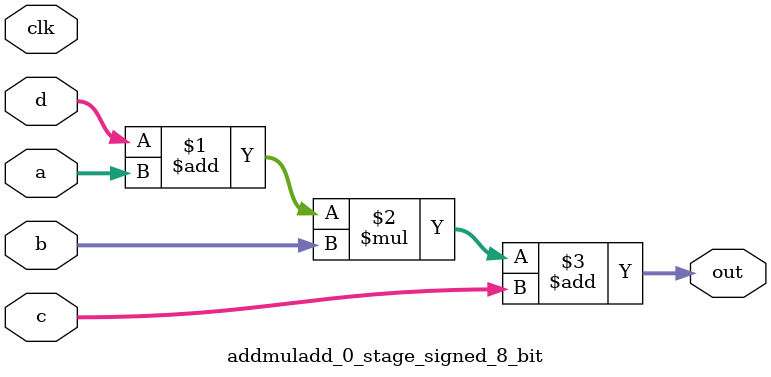
<source format=sv>
(* use_dsp = "yes" *) module addmuladd_0_stage_signed_8_bit(
	input signed [7:0] a,
	input signed [7:0] b,
	input signed [7:0] c,
	input signed [7:0] d,
	output [7:0] out,
	input clk);

	assign out = ((d + a) * b) + c;
endmodule

</source>
